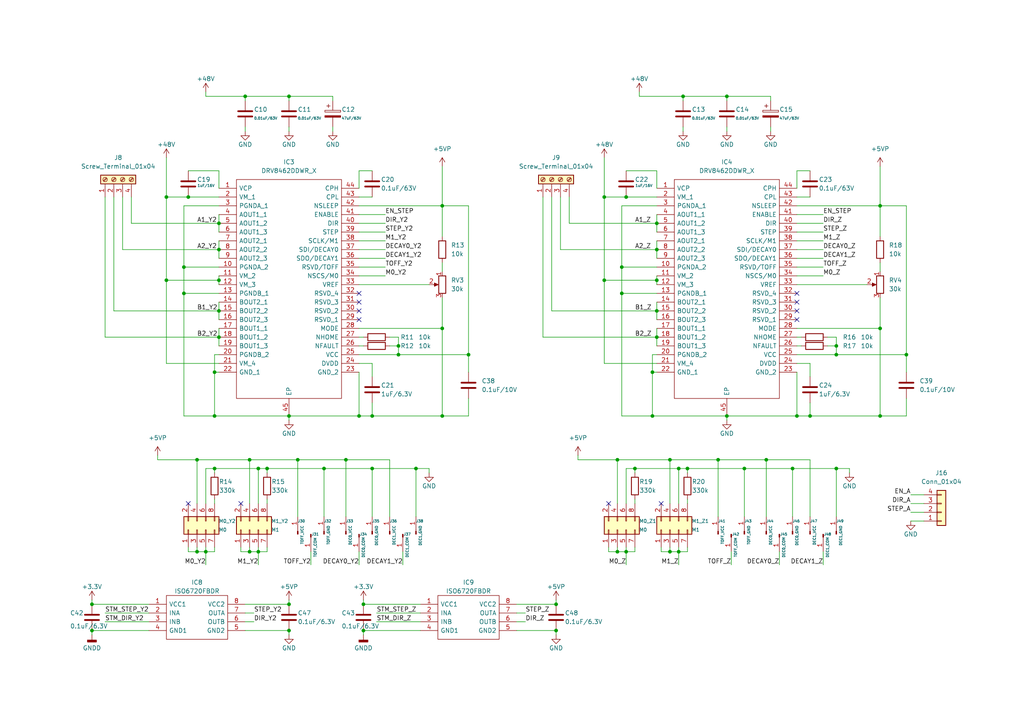
<source format=kicad_sch>
(kicad_sch (version 20230121) (generator eeschema)
  (paper "A4")
  (title_block (title "PCK Controller V1") (company "Josef Pecka"))
  (junction (at 196.85 160.02))
  (junction (at 63.5 97.79))
  (junction (at 128.27 95.25))
  (junction (at 57.15 160.02))
  (junction (at 74.93 160.02))
  (junction (at 255.27 95.25))
  (junction (at 48.26 57.15))
  (junction (at 100.33 133.35))
  (junction (at 26.67 175.26))
  (junction (at 190.5 90.17))
  (junction (at 234.95 120.65))
  (junction (at 208.28 133.35))
  (junction (at 63.5 72.39))
  (junction (at 62.23 120.65))
  (junction (at 199.39 135.89))
  (junction (at 63.5 81.28))
  (junction (at 63.5 90.17))
  (junction (at 72.39 160.02))
  (junction (at 190.5 72.39))
  (junction (at 190.5 97.79))
  (junction (at 83.82 175.26))
  (junction (at 83.82 182.88))
  (junction (at 161.29 175.26))
  (junction (at 104.14 120.65))
  (junction (at 242.57 102.87))
  (junction (at 93.98 135.89))
  (junction (at 242.57 135.89))
  (junction (at 120.65 135.89))
  (junction (at 181.61 160.02))
  (junction (at 77.47 135.89))
  (junction (at 54.61 57.15))
  (junction (at 194.31 133.35))
  (junction (at 115.57 102.87))
  (junction (at 107.95 135.89))
  (junction (at 196.85 135.89))
  (junction (at 62.23 107.95))
  (junction (at 189.23 120.65))
  (junction (at 180.34 85.09))
  (junction (at 71.12 27.94))
  (junction (at 190.5 64.77))
  (junction (at 74.93 135.89))
  (junction (at 59.69 160.02))
  (junction (at 83.82 120.65))
  (junction (at 175.26 57.15))
  (junction (at 229.87 135.89))
  (junction (at 105.41 175.26))
  (junction (at 179.07 133.35))
  (junction (at 48.26 81.28))
  (junction (at 53.34 85.09))
  (junction (at 62.23 135.89))
  (junction (at 128.27 59.69))
  (junction (at 255.27 120.65))
  (junction (at 57.15 133.35))
  (junction (at 198.12 27.94))
  (junction (at 210.82 27.94))
  (junction (at 210.82 120.65))
  (junction (at 105.41 182.88))
  (junction (at 135.89 102.87))
  (junction (at 231.14 120.65))
  (junction (at 189.23 107.95))
  (junction (at 262.89 102.87))
  (junction (at 63.5 64.77))
  (junction (at 53.34 77.47))
  (junction (at 107.95 120.65))
  (junction (at 175.26 81.28))
  (junction (at 86.36 133.35))
  (junction (at 115.57 100.33))
  (junction (at 222.25 133.35))
  (junction (at 215.9 135.89))
  (junction (at 72.39 133.35))
  (junction (at 255.27 59.69))
  (junction (at 194.31 160.02))
  (junction (at 181.61 57.15))
  (junction (at 184.15 135.89))
  (junction (at 128.27 120.65))
  (junction (at 161.29 182.88))
  (junction (at 26.67 182.88))
  (junction (at 190.5 81.28))
  (junction (at 180.34 77.47))
  (junction (at 242.57 100.33))
  (junction (at 83.82 27.94))
  (junction (at 179.07 160.02))
  (no_connect (at 231.14 85.09))
  (no_connect (at 104.14 92.71))
  (no_connect (at 69.85 146.05))
  (no_connect (at 231.14 90.17))
  (no_connect (at 104.14 90.17))
  (no_connect (at 231.14 87.63))
  (no_connect (at 104.14 87.63))
  (no_connect (at 176.53 146.05))
  (no_connect (at 54.61 146.05))
  (no_connect (at 104.14 85.09))
  (no_connect (at 191.77 146.05))
  (no_connect (at 231.14 92.71))
  (wire (pts (xy 128.27 120.65) (xy 135.89 120.65)))
  (wire (pts (xy 165.1 64.77) (xy 190.5 64.77)))
  (wire (pts (xy 176.53 160.02) (xy 179.07 160.02)))
  (wire (pts (xy 231.14 97.79) (xy 232.41 97.79)))
  (wire (pts (xy 105.41 173.99) (xy 105.41 175.26)))
  (wire (pts (xy 83.82 27.94) (xy 83.82 29.21)))
  (wire (pts (xy 83.82 120.65) (xy 62.23 120.65)))
  (wire (pts (xy 238.76 80.01) (xy 231.14 80.01)))
  (wire (pts (xy 63.5 90.17) (xy 63.5 92.71)))
  (wire (pts (xy 48.26 57.15) (xy 48.26 81.28)))
  (wire (pts (xy 255.27 120.65) (xy 262.89 120.65)))
  (wire (pts (xy 179.07 133.35) (xy 179.07 146.05)))
  (wire (pts (xy 38.1 64.77) (xy 63.5 64.77)))
  (wire (pts (xy 191.77 160.02) (xy 194.31 160.02)))
  (wire (pts (xy 180.34 120.65) (xy 189.23 120.65)))
  (wire (pts (xy 223.52 36.83) (xy 223.52 38.1)))
  (wire (pts (xy 63.5 69.85) (xy 63.5 72.39)))
  (wire (pts (xy 212.09 163.83) (xy 212.09 160.02)))
  (wire (pts (xy 100.33 133.35) (xy 113.03 133.35)))
  (wire (pts (xy 167.64 132.08) (xy 167.64 133.35)))
  (wire (pts (xy 62.23 107.95) (xy 62.23 120.65)))
  (wire (pts (xy 26.67 184.15) (xy 26.67 182.88)))
  (wire (pts (xy 77.47 144.78) (xy 77.47 146.05)))
  (wire (pts (xy 124.46 135.89) (xy 124.46 137.16)))
  (wire (pts (xy 33.02 90.17) (xy 33.02 57.15)))
  (wire (pts (xy 104.14 64.77) (xy 111.76 64.77)))
  (wire (pts (xy 162.56 72.39) (xy 162.56 57.15)))
  (wire (pts (xy 210.82 27.94) (xy 223.52 27.94)))
  (wire (pts (xy 57.15 133.35) (xy 57.15 146.05)))
  (wire (pts (xy 30.48 97.79) (xy 63.5 97.79)))
  (wire (pts (xy 59.69 27.94) (xy 59.69 26.67)))
  (wire (pts (xy 90.17 163.83) (xy 90.17 160.02)))
  (wire (pts (xy 267.97 146.05) (xy 264.16 146.05)))
  (wire (pts (xy 77.47 135.89) (xy 93.98 135.89)))
  (wire (pts (xy 83.82 120.65) (xy 104.14 120.65)))
  (wire (pts (xy 242.57 100.33) (xy 242.57 102.87)))
  (wire (pts (xy 210.82 120.65) (xy 189.23 120.65)))
  (wire (pts (xy 175.26 57.15) (xy 175.26 81.28)))
  (wire (pts (xy 104.14 160.02) (xy 104.14 163.83)))
  (wire (pts (xy 105.41 182.88) (xy 121.92 182.88)))
  (wire (pts (xy 38.1 64.77) (xy 38.1 57.15)))
  (wire (pts (xy 100.33 133.35) (xy 100.33 149.86)))
  (wire (pts (xy 59.69 135.89) (xy 62.23 135.89)))
  (wire (pts (xy 107.95 105.41) (xy 104.14 105.41)))
  (wire (pts (xy 104.14 95.25) (xy 128.27 95.25)))
  (wire (pts (xy 74.93 160.02) (xy 74.93 158.75)))
  (wire (pts (xy 255.27 48.26) (xy 255.27 59.69)))
  (wire (pts (xy 30.48 177.8) (xy 43.18 177.8)))
  (wire (pts (xy 53.34 59.69) (xy 63.5 59.69)))
  (wire (pts (xy 54.61 57.15) (xy 63.5 57.15)))
  (wire (pts (xy 165.1 64.77) (xy 165.1 57.15)))
  (wire (pts (xy 71.12 27.94) (xy 83.82 27.94)))
  (wire (pts (xy 128.27 59.69) (xy 128.27 68.58)))
  (wire (pts (xy 242.57 135.89) (xy 246.38 135.89)))
  (wire (pts (xy 104.14 100.33) (xy 105.41 100.33)))
  (wire (pts (xy 194.31 160.02) (xy 194.31 158.75)))
  (wire (pts (xy 77.47 160.02) (xy 74.93 160.02)))
  (wire (pts (xy 196.85 163.83) (xy 196.85 160.02)))
  (wire (pts (xy 54.61 160.02) (xy 57.15 160.02)))
  (wire (pts (xy 161.29 175.26) (xy 161.29 173.99)))
  (wire (pts (xy 104.14 49.53) (xy 104.14 54.61)))
  (wire (pts (xy 181.61 49.53) (xy 190.5 49.53)))
  (wire (pts (xy 226.06 160.02) (xy 226.06 163.83)))
  (wire (pts (xy 105.41 175.26) (xy 121.92 175.26)))
  (wire (pts (xy 128.27 48.26) (xy 128.27 59.69)))
  (wire (pts (xy 242.57 135.89) (xy 242.57 149.86)))
  (wire (pts (xy 255.27 59.69) (xy 262.89 59.69)))
  (wire (pts (xy 198.12 36.83) (xy 198.12 38.1)))
  (wire (pts (xy 107.95 135.89) (xy 120.65 135.89)))
  (wire (pts (xy 231.14 57.15) (xy 234.95 57.15)))
  (wire (pts (xy 179.07 133.35) (xy 194.31 133.35)))
  (wire (pts (xy 53.34 77.47) (xy 53.34 85.09)))
  (wire (pts (xy 223.52 27.94) (xy 223.52 29.21)))
  (wire (pts (xy 234.95 120.65) (xy 255.27 120.65)))
  (wire (pts (xy 63.5 72.39) (xy 63.5 74.93)))
  (wire (pts (xy 199.39 158.75) (xy 199.39 160.02)))
  (wire (pts (xy 190.5 97.79) (xy 190.5 100.33)))
  (wire (pts (xy 184.15 135.89) (xy 196.85 135.89)))
  (wire (pts (xy 111.76 77.47) (xy 104.14 77.47)))
  (wire (pts (xy 208.28 149.86) (xy 208.28 133.35)))
  (wire (pts (xy 77.47 158.75) (xy 77.47 160.02)))
  (wire (pts (xy 104.14 67.31) (xy 111.76 67.31)))
  (wire (pts (xy 62.23 135.89) (xy 62.23 137.16)))
  (wire (pts (xy 53.34 85.09) (xy 53.34 120.65)))
  (wire (pts (xy 267.97 148.59) (xy 264.16 148.59)))
  (wire (pts (xy 231.14 62.23) (xy 238.76 62.23)))
  (wire (pts (xy 96.52 27.94) (xy 96.52 29.21)))
  (wire (pts (xy 157.48 97.79) (xy 190.5 97.79)))
  (wire (pts (xy 111.76 74.93) (xy 104.14 74.93)))
  (wire (pts (xy 262.89 102.87) (xy 262.89 107.95)))
  (wire (pts (xy 107.95 109.22) (xy 107.95 105.41)))
  (wire (pts (xy 184.15 135.89) (xy 184.15 137.16)))
  (wire (pts (xy 190.5 90.17) (xy 190.5 92.71)))
  (wire (pts (xy 190.5 81.28) (xy 190.5 82.55)))
  (wire (pts (xy 72.39 133.35) (xy 72.39 146.05)))
  (wire (pts (xy 231.14 120.65) (xy 234.95 120.65)))
  (wire (pts (xy 104.14 102.87) (xy 115.57 102.87)))
  (wire (pts (xy 231.14 95.25) (xy 255.27 95.25)))
  (wire (pts (xy 175.26 45.72) (xy 175.26 57.15)))
  (wire (pts (xy 69.85 158.75) (xy 69.85 160.02)))
  (wire (pts (xy 176.53 158.75) (xy 176.53 160.02)))
  (wire (pts (xy 181.61 57.15) (xy 190.5 57.15)))
  (wire (pts (xy 152.4 180.34) (xy 149.86 180.34)))
  (wire (pts (xy 190.5 69.85) (xy 190.5 72.39)))
  (wire (pts (xy 113.03 100.33) (xy 115.57 100.33)))
  (wire (pts (xy 53.34 85.09) (xy 63.5 85.09)))
  (wire (pts (xy 179.07 160.02) (xy 179.07 158.75)))
  (wire (pts (xy 59.69 163.83) (xy 59.69 160.02)))
  (wire (pts (xy 35.56 72.39) (xy 63.5 72.39)))
  (wire (pts (xy 96.52 36.83) (xy 96.52 38.1)))
  (wire (pts (xy 238.76 77.47) (xy 231.14 77.47)))
  (wire (pts (xy 48.26 105.41) (xy 63.5 105.41)))
  (wire (pts (xy 83.82 121.92) (xy 83.82 120.65)))
  (wire (pts (xy 71.12 182.88) (xy 83.82 182.88)))
  (wire (pts (xy 62.23 107.95) (xy 63.5 107.95)))
  (wire (pts (xy 231.14 49.53) (xy 234.95 49.53)))
  (wire (pts (xy 238.76 160.02) (xy 238.76 163.83)))
  (wire (pts (xy 208.28 133.35) (xy 194.31 133.35)))
  (wire (pts (xy 208.28 133.35) (xy 222.25 133.35)))
  (wire (pts (xy 77.47 135.89) (xy 77.47 137.16)))
  (wire (pts (xy 53.34 77.47) (xy 63.5 77.47)))
  (wire (pts (xy 199.39 160.02) (xy 196.85 160.02)))
  (wire (pts (xy 53.34 120.65) (xy 62.23 120.65)))
  (wire (pts (xy 160.02 90.17) (xy 160.02 57.15)))
  (wire (pts (xy 104.14 49.53) (xy 107.95 49.53)))
  (wire (pts (xy 238.76 72.39) (xy 231.14 72.39)))
  (wire (pts (xy 190.5 87.63) (xy 190.5 90.17)))
  (wire (pts (xy 57.15 160.02) (xy 57.15 158.75)))
  (wire (pts (xy 71.12 27.94) (xy 71.12 29.21)))
  (wire (pts (xy 69.85 160.02) (xy 72.39 160.02)))
  (wire (pts (xy 196.85 160.02) (xy 196.85 158.75)))
  (wire (pts (xy 190.5 102.87) (xy 189.23 102.87)))
  (wire (pts (xy 229.87 135.89) (xy 242.57 135.89)))
  (wire (pts (xy 255.27 86.36) (xy 255.27 95.25)))
  (wire (pts (xy 62.23 102.87) (xy 62.23 107.95)))
  (wire (pts (xy 229.87 135.89) (xy 229.87 149.86)))
  (wire (pts (xy 128.27 86.36) (xy 128.27 95.25)))
  (wire (pts (xy 262.89 59.69) (xy 262.89 102.87)))
  (wire (pts (xy 53.34 59.69) (xy 53.34 77.47)))
  (wire (pts (xy 111.76 80.01) (xy 104.14 80.01)))
  (wire (pts (xy 161.29 182.88) (xy 161.29 184.15)))
  (wire (pts (xy 190.5 80.01) (xy 190.5 81.28)))
  (wire (pts (xy 116.84 160.02) (xy 116.84 163.83)))
  (wire (pts (xy 231.14 102.87) (xy 242.57 102.87)))
  (wire (pts (xy 198.12 27.94) (xy 198.12 29.21)))
  (wire (pts (xy 48.26 81.28) (xy 63.5 81.28)))
  (wire (pts (xy 231.14 100.33) (xy 232.41 100.33)))
  (wire (pts (xy 191.77 158.75) (xy 191.77 160.02)))
  (wire (pts (xy 105.41 182.88) (xy 105.41 184.15)))
  (wire (pts (xy 181.61 146.05) (xy 181.61 135.89)))
  (wire (pts (xy 231.14 107.95) (xy 231.14 120.65)))
  (wire (pts (xy 190.5 95.25) (xy 190.5 97.79)))
  (wire (pts (xy 83.82 27.94) (xy 96.52 27.94)))
  (wire (pts (xy 175.26 81.28) (xy 190.5 81.28)))
  (wire (pts (xy 128.27 59.69) (xy 135.89 59.69)))
  (wire (pts (xy 180.34 77.47) (xy 190.5 77.47)))
  (wire (pts (xy 149.86 175.26) (xy 161.29 175.26)))
  (wire (pts (xy 62.23 158.75) (xy 62.23 160.02)))
  (wire (pts (xy 48.26 81.28) (xy 48.26 105.41)))
  (wire (pts (xy 83.82 175.26) (xy 83.82 173.99)))
  (wire (pts (xy 222.25 133.35) (xy 222.25 149.86)))
  (wire (pts (xy 175.26 105.41) (xy 190.5 105.41)))
  (wire (pts (xy 73.66 180.34) (xy 71.12 180.34)))
  (wire (pts (xy 63.5 81.28) (xy 63.5 82.55)))
  (wire (pts (xy 62.23 160.02) (xy 59.69 160.02)))
  (wire (pts (xy 181.61 160.02) (xy 179.07 160.02)))
  (wire (pts (xy 86.36 133.35) (xy 72.39 133.35)))
  (wire (pts (xy 210.82 36.83) (xy 210.82 38.1)))
  (wire (pts (xy 198.12 27.94) (xy 210.82 27.94)))
  (wire (pts (xy 107.95 116.84) (xy 107.95 120.65)))
  (wire (pts (xy 109.22 180.34) (xy 121.92 180.34)))
  (wire (pts (xy 93.98 135.89) (xy 93.98 149.86)))
  (wire (pts (xy 104.14 97.79) (xy 105.41 97.79)))
  (wire (pts (xy 180.34 85.09) (xy 180.34 120.65)))
  (wire (pts (xy 231.14 64.77) (xy 238.76 64.77)))
  (wire (pts (xy 234.95 116.84) (xy 234.95 120.65)))
  (wire (pts (xy 45.72 133.35) (xy 57.15 133.35)))
  (wire (pts (xy 210.82 120.65) (xy 231.14 120.65)))
  (wire (pts (xy 115.57 102.87) (xy 135.89 102.87)))
  (wire (pts (xy 63.5 62.23) (xy 63.5 64.77)))
  (wire (pts (xy 73.66 177.8) (xy 71.12 177.8)))
  (wire (pts (xy 234.95 109.22) (xy 234.95 105.41)))
  (wire (pts (xy 167.64 133.35) (xy 179.07 133.35)))
  (wire (pts (xy 128.27 95.25) (xy 128.27 120.65)))
  (wire (pts (xy 59.69 27.94) (xy 71.12 27.94)))
  (wire (pts (xy 262.89 120.65) (xy 262.89 115.57)))
  (wire (pts (xy 63.5 95.25) (xy 63.5 97.79)))
  (wire (pts (xy 255.27 59.69) (xy 255.27 68.58)))
  (wire (pts (xy 199.39 144.78) (xy 199.39 146.05)))
  (wire (pts (xy 111.76 69.85) (xy 104.14 69.85)))
  (wire (pts (xy 267.97 143.51) (xy 264.16 143.51)))
  (wire (pts (xy 54.61 49.53) (xy 63.5 49.53)))
  (wire (pts (xy 196.85 135.89) (xy 196.85 146.05)))
  (wire (pts (xy 59.69 160.02) (xy 59.69 158.75)))
  (wire (pts (xy 120.65 135.89) (xy 120.65 149.86)))
  (wire (pts (xy 26.67 182.88) (xy 43.18 182.88)))
  (wire (pts (xy 180.34 77.47) (xy 180.34 85.09)))
  (wire (pts (xy 215.9 135.89) (xy 229.87 135.89)))
  (wire (pts (xy 33.02 90.17) (xy 63.5 90.17)))
  (wire (pts (xy 189.23 107.95) (xy 190.5 107.95)))
  (wire (pts (xy 234.95 105.41) (xy 231.14 105.41)))
  (wire (pts (xy 74.93 163.83) (xy 74.93 160.02)))
  (wire (pts (xy 63.5 80.01) (xy 63.5 81.28)))
  (wire (pts (xy 104.14 107.95) (xy 104.14 120.65)))
  (wire (pts (xy 72.39 160.02) (xy 74.93 160.02)))
  (wire (pts (xy 71.12 175.26) (xy 83.82 175.26)))
  (wire (pts (xy 189.23 102.87) (xy 189.23 107.95)))
  (wire (pts (xy 30.48 180.34) (xy 43.18 180.34)))
  (wire (pts (xy 175.26 81.28) (xy 175.26 105.41)))
  (wire (pts (xy 255.27 95.25) (xy 255.27 120.65)))
  (wire (pts (xy 196.85 160.02) (xy 194.31 160.02)))
  (wire (pts (xy 30.48 97.79) (xy 30.48 57.15)))
  (wire (pts (xy 63.5 97.79) (xy 63.5 100.33)))
  (wire (pts (xy 54.61 158.75) (xy 54.61 160.02)))
  (wire (pts (xy 190.5 64.77) (xy 190.5 67.31)))
  (wire (pts (xy 86.36 133.35) (xy 100.33 133.35)))
  (wire (pts (xy 222.25 133.35) (xy 234.95 133.35)))
  (wire (pts (xy 120.65 135.89) (xy 124.46 135.89)))
  (wire (pts (xy 231.14 67.31) (xy 238.76 67.31)))
  (wire (pts (xy 160.02 90.17) (xy 190.5 90.17)))
  (wire (pts (xy 215.9 135.89) (xy 215.9 149.86)))
  (wire (pts (xy 199.39 135.89) (xy 215.9 135.89)))
  (wire (pts (xy 190.5 49.53) (xy 190.5 54.61)))
  (wire (pts (xy 180.34 59.69) (xy 190.5 59.69)))
  (wire (pts (xy 107.95 135.89) (xy 107.95 149.86)))
  (wire (pts (xy 231.14 49.53) (xy 231.14 54.61)))
  (wire (pts (xy 63.5 102.87) (xy 62.23 102.87)))
  (wire (pts (xy 128.27 76.2) (xy 128.27 78.74)))
  (wire (pts (xy 107.95 120.65) (xy 128.27 120.65)))
  (wire (pts (xy 83.82 182.88) (xy 83.82 184.15)))
  (wire (pts (xy 113.03 133.35) (xy 113.03 149.86)))
  (wire (pts (xy 72.39 160.02) (xy 72.39 158.75)))
  (wire (pts (xy 35.56 72.39) (xy 35.56 57.15)))
  (wire (pts (xy 240.03 100.33) (xy 242.57 100.33)))
  (wire (pts (xy 74.93 135.89) (xy 77.47 135.89)))
  (wire (pts (xy 74.93 135.89) (xy 74.93 146.05)))
  (wire (pts (xy 59.69 146.05) (xy 59.69 135.89)))
  (wire (pts (xy 189.23 107.95) (xy 189.23 120.65)))
  (wire (pts (xy 184.15 144.78) (xy 184.15 146.05)))
  (wire (pts (xy 57.15 133.35) (xy 72.39 133.35)))
  (wire (pts (xy 63.5 49.53) (xy 63.5 54.61)))
  (wire (pts (xy 184.15 158.75) (xy 184.15 160.02)))
  (wire (pts (xy 135.89 120.65) (xy 135.89 115.57)))
  (wire (pts (xy 149.86 182.88) (xy 161.29 182.88)))
  (wire (pts (xy 180.34 59.69) (xy 180.34 77.47)))
  (wire (pts (xy 26.67 175.26) (xy 26.67 173.99)))
  (wire (pts (xy 48.26 57.15) (xy 54.61 57.15)))
  (wire (pts (xy 63.5 64.77) (xy 63.5 67.31)))
  (wire (pts (xy 231.14 82.55) (xy 251.46 82.55)))
  (wire (pts (xy 86.36 149.86) (xy 86.36 133.35)))
  (wire (pts (xy 135.89 59.69) (xy 135.89 102.87)))
  (wire (pts (xy 181.61 135.89) (xy 184.15 135.89)))
  (wire (pts (xy 242.57 102.87) (xy 262.89 102.87)))
  (wire (pts (xy 184.15 160.02) (xy 181.61 160.02)))
  (wire (pts (xy 83.82 36.83) (xy 83.82 38.1)))
  (wire (pts (xy 157.48 97.79) (xy 157.48 57.15)))
  (wire (pts (xy 238.76 69.85) (xy 231.14 69.85)))
  (wire (pts (xy 199.39 135.89) (xy 199.39 137.16)))
  (wire (pts (xy 190.5 62.23) (xy 190.5 64.77)))
  (wire (pts (xy 115.57 100.33) (xy 115.57 102.87)))
  (wire (pts (xy 185.42 26.67) (xy 185.42 27.94)))
  (wire (pts (xy 104.14 120.65) (xy 107.95 120.65)))
  (wire (pts (xy 104.14 62.23) (xy 111.76 62.23)))
  (wire (pts (xy 45.72 132.08) (xy 45.72 133.35)))
  (wire (pts (xy 26.67 175.26) (xy 43.18 175.26)))
  (wire (pts (xy 115.57 97.79) (xy 115.57 100.33)))
  (wire (pts (xy 111.76 72.39) (xy 104.14 72.39)))
  (wire (pts (xy 63.5 87.63) (xy 63.5 90.17)))
  (wire (pts (xy 152.4 177.8) (xy 149.86 177.8)))
  (wire (pts (xy 104.14 57.15) (xy 107.95 57.15)))
  (wire (pts (xy 113.03 97.79) (xy 115.57 97.79)))
  (wire (pts (xy 238.76 74.93) (xy 231.14 74.93)))
  (wire (pts (xy 194.31 133.35) (xy 194.31 146.05)))
  (wire (pts (xy 210.82 121.92) (xy 210.82 120.65)))
  (wire (pts (xy 181.61 160.02) (xy 181.61 158.75)))
  (wire (pts (xy 162.56 72.39) (xy 190.5 72.39)))
  (wire (pts (xy 62.23 135.89) (xy 74.93 135.89)))
  (wire (pts (xy 267.97 151.13) (xy 264.16 151.13)))
  (wire (pts (xy 62.23 144.78) (xy 62.23 146.05)))
  (wire (pts (xy 104.14 82.55) (xy 124.46 82.55)))
  (wire (pts (xy 71.12 36.83) (xy 71.12 38.1)))
  (wire (pts (xy 180.34 85.09) (xy 190.5 85.09)))
  (wire (pts (xy 109.22 177.8) (xy 121.92 177.8)))
  (wire (pts (xy 231.14 59.69) (xy 255.27 59.69)))
  (wire (pts (xy 234.95 133.35) (xy 234.95 149.86)))
  (wire (pts (xy 93.98 135.89) (xy 107.95 135.89)))
  (wire (pts (xy 255.27 76.2) (xy 255.27 78.74)))
  (wire (pts (xy 48.26 45.72) (xy 48.26 57.15)))
  (wire (pts (xy 196.85 135.89) (xy 199.39 135.89)))
  (wire (pts (xy 104.14 59.69) (xy 128.27 59.69)))
  (wire (pts (xy 210.82 27.94) (xy 210.82 29.21)))
  (wire (pts (xy 181.61 163.83) (xy 181.61 160.02)))
  (wire (pts (xy 240.03 97.79) (xy 242.57 97.79)))
  (wire (pts (xy 190.5 72.39) (xy 190.5 74.93)))
  (wire (pts (xy 135.89 102.87) (xy 135.89 107.95)))
  (wire (pts (xy 175.26 57.15) (xy 181.61 57.15)))
  (wire (pts (xy 57.15 160.02) (xy 59.69 160.02)))
  (wire (pts (xy 185.42 27.94) (xy 198.12 27.94)))
  (wire (pts (xy 246.38 135.89) (xy 246.38 137.16)))
  (wire (pts (xy 242.57 97.79) (xy 242.57 100.33)))
  (label "DIR_Y2" (at 73.66 180.34 0))
  (label "DECAY1_Y2" (at 111.76 74.93 0))
  (label "DIR_Z" (at 238.76 64.77 0))
  (label "STM_STEP_Y2" (at 30.48 177.8 0))
  (label "DECAY0_Z" (at 238.76 72.39 0))
  (label "EN_STEP" (at 238.76 62.23 0))
  (label "A1_Z" (at 184.15 64.77 0))
  (label "M0_Z" (at 238.76 80.01 0))
  (label "M1_Y2" (at 74.93 163.83 180))
  (label "M1_Z" (at 238.76 69.85 0))
  (label "STEP_Z" (at 238.76 67.31 0))
  (label "B1_Y2" (at 57.15 90.17 0))
  (label "STEP_Y2" (at 111.76 67.31 0))
  (label "DIR_Y2" (at 111.76 64.77 0))
  (label "EN_STEP" (at 111.76 62.23 0))
  (label "DIR_Z" (at 152.4 180.34 0))
  (label "M1_Y2" (at 111.76 69.85 0))
  (label "STM_STEP_Z" (at 109.22 177.8 0))
  (label "DECAY1_Z" (at 238.76 163.83 180))
  (label "TOFF_Y2" (at 90.17 163.83 180))
  (label "DECAY0_Y2" (at 111.76 72.39 0))
  (label "STM_DIR_Z" (at 109.22 180.34 0))
  (label "DECAY1_Y2" (at 116.84 163.83 180))
  (label "A2_Y2" (at 57.15 72.39 0))
  (label "A2_Z" (at 184.15 72.39 0))
  (label "M0_Z" (at 181.61 163.83 180))
  (label "DIR_A" (at 264.16 146.05 180))
  (label "DECAY0_Y2" (at 104.14 163.83 180))
  (label "DECAY1_Z" (at 238.76 74.93 0))
  (label "TOFF_Z" (at 212.09 163.83 180))
  (label "STEP_A" (at 264.16 148.59 180))
  (label "STM_DIR_Y2" (at 30.48 180.34 0))
  (label "B2_Y2" (at 57.15 97.79 0))
  (label "TOFF_Z" (at 238.76 77.47 0))
  (label "M0_Y2" (at 59.69 163.83 180))
  (label "B2_Z" (at 184.15 97.79 0))
  (label "DECAY0_Z" (at 226.06 163.83 180))
  (label "TOFF_Y2" (at 111.76 77.47 0))
  (label "M0_Y2" (at 111.76 80.01 0))
  (label "STEP_Z" (at 152.4 177.8 0))
  (label "EN_A" (at 264.16 143.51 180))
  (label "B1_Z" (at 184.15 90.17 0))
  (label "STEP_Y2" (at 73.66 177.8 0))
  (label "M1_Z" (at 196.85 163.83 180))
  (label "A1_Y2" (at 57.15 64.77 0))
  (symbol (lib_id "Device:C") (at 135.89 111.76 0) (unit 1)
    (property "Reference" "C38" (at 139.7 110.49 0) (effects (justify left)))
    (property "Value" "0.1uF/10V" (at 139.7 113.03 0) (effects (justify left)))
    (property "Footprint" "Capacitor_SMD:C_0603_1608Metric" (effects hide))
  )
  (symbol (lib_id "Device:R") (at 109.22 97.79 90) (unit 1)
    (property "Reference" "R11" (at 118.11 97.79 90))
    (property "Value" "10k" (at 123.19 97.79 90))
    (property "Footprint" "Resistor_SMD:R_0603_1608Metric" (effects hide))
    (instances (project "CNC_board" (path "" (reference "R11") (unit 1))) (project "PCK-Controller" (path "" (reference "R11") (unit 1))) (project "CNC_controll_board" (path "" (reference "R1") (unit 1))))
  )
  (symbol (lib_id "power:GND") (at 223.52 38.1 0) (unit 1)
    (property "Reference" "#PWR014" (effects hide))
    (property "Value" "GND" (at 223.52 41.91 0))
    (instances (project "CNC_board" (path "" (reference "#PWR014") (unit 1))) (project "PCK-Controller" (path "" (reference "#PWR056") (unit 1))) (project "CNC_controll_board" (path "" (reference "#PWR09") (unit 1))))
  )
  (symbol (lib_id "Connector:Conn_01x01_Pin") (at 222.25 154.94 90) (unit 1)
    (property "Reference" "J44" (at 222.25 151.13 90) (effects (font (size 0.75 0.75)) (justify right)))
    (property "Value" "DEC0_VCC" (at 223.52 152.4 0) (effects (font (size 0.75 0.75)) (justify right)))
    (property "Footprint" "PADs:Pad_0.75x0.75mm_borderless" (effects hide))
  )
  (symbol (lib_id "Connector:Conn_01x01_Pin") (at 116.84 154.94 270) (unit 1)
    (property "Reference" "J37" (at 118.11 154.94 90) (effects (font (size 0.75 0.75))))
    (property "Value" "DEC1_COM" (at 118.11 158.75 0) (effects (font (size 0.75 0.75))))
    (property "Footprint" "PADs:Pad_0.75x0.75mm_borderless" (effects hide))
  )
  (symbol (lib_id "Device:R") (at 199.39 140.97 0) (unit 1)
    (property "Reference" "R20" (at 200.66 139.7 0) (effects (justify left)))
    (property "Value" "330k" (at 200.66 142.24 0) (effects (justify left)))
    (property "Footprint" "Resistor_SMD:R_0603_1608Metric" (effects hide))
  )
  (symbol (lib_id "Device:C") (at 181.61 53.34 0) (unit 1)
    (property "Reference" "C22" (at 184.15 52.07 0) (effects (justify left)))
    (property "Value" "1uF/16V" (at 184.2491 53.8302 0) (effects (font (size 0.75 0.75)) (justify left)))
    (property "Footprint" "Capacitor_SMD:C_0603_1608Metric" (effects hide))
    (instances (project "CNC_board" (path "" (reference "C22") (unit 1))) (project "PCK-Controller" (path "" (reference "C22") (unit 1))) (project "CNC_controll_board" (path "" (reference "C1") (unit 1))))
  )
  (symbol (lib_id "power:GND") (at 264.16 151.13 0) (mirror y) (unit 1)
    (property "Reference" "#PWR071" (effects hide))
    (property "Value" "GND" (at 264.16 154.94 0))
    (instances (project "CNC_board" (path "" (reference "#PWR071") (unit 1))) (project "PCK-Controller" (path "" (reference "#PWR0166") (unit 1)) (path "" (reference "#PWR0166") (unit 1))) (project "CNC_controll_board" (path "" (reference "#PWR06") (unit 1))))
  )
  (symbol (lib_id "Device:R_Potentiometer") (at 128.27 82.55 0) (mirror y) (unit 1)
    (property "Reference" "RV3" (at 130.81 81.28 0) (effects (justify right)))
    (property "Value" "30k" (at 130.81 83.82 0) (effects (justify right)))
    (property "Footprint" "Potentiometer_SMD:Potentiometer_Bourns_TC33X_Vertical" (effects hide))
    (instances (project "CNC_board" (path "" (reference "RV3") (unit 1))) (project "PCK-Controller" (path "" (reference "RV3") (unit 1))) (project "CNC_controll_board" (path "" (reference "RV1") (unit 1))))
  )
  (symbol (lib_id "Device:C") (at 107.95 113.03 0) (unit 1)
    (property "Reference" "C21" (at 110.49 111.76 0) (effects (justify left)))
    (property "Value" "1uF/6.3V" (at 110.49 114.3 0) (effects (justify left)))
    (property "Footprint" "Capacitor_SMD:C_0603_1608Metric" (effects hide))
    (instances (project "CNC_board" (path "" (reference "C21") (unit 1))) (project "PCK-Controller" (path "" (reference "C21") (unit 1))) (project "CNC_controll_board" (path "" (reference "C6") (unit 1))))
  )
  (symbol (lib_id "power:+3.3V") (at 26.67 173.99 0) (unit 1)
    (property "Reference" "#PWR036" (effects hide))
    (property "Value" "+3.3V" (at 26.67 170.18 0))
    (instances (project "CNC_board" (path "" (reference "#PWR036") (unit 1))) (project "PCK-Controller" (path "" (reference "#PWR067") (unit 1)) (path "" (reference "#PWR067") (unit 1))))
  )
  (symbol (lib_id "Device:C_Polarized") (at 96.52 33.02 0) (unit 1)
    (property "Reference" "C12" (at 99.06 31.75 0) (effects (justify left)))
    (property "Value" "47uF/63V" (at 99.06 34.29 0) (effects (font (size 0.75 0.75)) (justify left)))
    (property "Footprint" "Capacitor_SMD:CP_Elec_8x10" (effects hide))
    (instances (project "CNC_board" (path "" (reference "C12") (unit 1))) (project "PCK-Controller" (path "" (reference "C12") (unit 1))) (project "CNC_controll_board" (path "" (reference "C5") (unit 1))))
  )
  (symbol (lib_id "power:GND") (at 246.38 137.16 0) (unit 1)
    (property "Reference" "#PWR020" (effects hide))
    (property "Value" "GND" (at 246.38 140.97 0))
    (instances (project "CNC_board" (path "" (reference "#PWR020") (unit 1))) (project "PCK-Controller" (path "" (reference "#PWR057") (unit 1))) (project "CNC_controll_board" (path "" (reference "#PWR03") (unit 1))))
  )
  (symbol (lib_id "Connector:Screw_Terminal_01x04") (at 33.02 52.07 90) (unit 1)
    (property "Reference" "J8" (at 34.29 45.72 90))
    (property "Value" "Screw_Terminal_01x04" (at 34.29 48.26 90))
    (property "Footprint" "TerminalBlock_4Ucon:TerminalBlock_4Ucon_1x04_P3.50mm_Horizontal" (effects hide))
  )
  (symbol (lib_id "power:+48V") (at 185.42 26.67 0) (unit 1)
    (property "Reference" "#PWR041" (effects hide))
    (property "Value" "+48V" (at 185.42 22.86 0))
    (instances (project "CNC_board" (path "" (reference "#PWR041") (unit 1))) (project "PCK-Controller" (path "" (reference "#PWR052") (unit 1))))
  )
  (symbol (lib_id "Connector_Generic:Conn_02x04_Odd_Even") (at 57.15 153.67 90) (unit 1)
    (property "Reference" "M0_Y2" (at 63.5 151.13 90) (effects (font (size 1 1)) (justify right)))
    (property "Value" "M0" (at 63.5 153.67 90) (effects (font (size 1 1)) (justify right)))
    (property "Footprint" "Connector_PinHeader_2.54mm:PinHeader_2x04_P2.54mm_Vertical" (effects hide))
  )
  (symbol (lib_id "power:GND") (at 210.82 38.1 0) (unit 1)
    (property "Reference" "#PWR013" (effects hide))
    (property "Value" "GND" (at 210.82 41.91 0))
    (instances (project "CNC_board" (path "" (reference "#PWR013") (unit 1))) (project "PCK-Controller" (path "" (reference "#PWR054") (unit 1))) (project "CNC_controll_board" (path "" (reference "#PWR08") (unit 1))))
  )
  (symbol (lib_id "Device:R") (at 128.27 72.39 0) (unit 1)
    (property "Reference" "R13" (at 130.81 71.12 0) (effects (justify left)))
    (property "Value" "10k" (at 130.81 73.66 0) (effects (justify left)))
    (property "Footprint" "Resistor_SMD:R_0603_1608Metric" (effects hide))
    (instances (project "CNC_board" (path "" (reference "R13") (unit 1))) (project "PCK-Controller" (path "" (reference "R13") (unit 1))) (project "CNC_controll_board" (path "" (reference "R3") (unit 1))))
  )
  (symbol (lib_id "SamacSys_Parts:ISO6720FBDR") (at 121.92 175.26 0) (unit 1)
    (property "Reference" "IC9" (at 135.89 168.91 0))
    (property "Value" "ISO6720FBDR" (at 135.89 171.45 0))
    (property "Footprint" "SamacSys_Parts:SOIC127P600X175-8N" (effects hide))
    (property "Datasheet" "https://www.ti.com/lit/ds/symlink/iso6720.pdf?ts=1631770491208&ref_url=https%253A%252F%252Fwww.ti.com%252Fproduct%252FISO6720" (effects hide))
    (property "Description" "Digital Isolators General purpose dual-channel, 2/0, digital isolator" (effects hide))
    (property "Height" "1.75" (effects hide))
    (property "Mouser Part Number" "595-ISO6720FBDR" (effects hide))
    (property "Mouser Price/Stock" "https://www.mouser.co.uk/ProductDetail/Texas-Instruments/ISO6720FBDR?qs=QNEnbhJQKva93m6DsjFZMw%3D%3D" (effects hide))
    (property "Manufacturer_Name" "Texas Instruments" (effects hide))
    (property "Manufacturer_Part_Number" "ISO6720FBDR" (effects hide))
    (instances (project "CNC_board" (path "" (reference "IC9") (unit 1))) (project "PCK-Controller" (path "" (reference "IC8") (unit 1)) (path "" (reference "IC9") (unit 1))))
  )
  (symbol (lib_id "power:GND") (at 83.82 184.15 0) (unit 1)
    (property "Reference" "#PWR064" (effects hide))
    (property "Value" "GND" (at 83.82 187.96 0))
    (instances (project "CNC_board" (path "" (reference "#PWR064") (unit 1))) (project "PCK-Controller" (path "" (reference "#PWR076") (unit 1)) (path "" (reference "#PWR076") (unit 1))) (project "CNC_controll_board" (path "" (reference "#PWR06") (unit 1))))
  )
  (symbol (lib_id "Connector_Generic:Conn_01x04") (at 273.05 148.59 0) (mirror x) (unit 1)
    (property "Reference" "J16" (at 273.05 137.16 0))
    (property "Value" "Conn_01x04" (at 273.05 139.7 0))
    (property "Footprint" "Connector_PinHeader_2.54mm:PinHeader_1x04_P2.54mm_Vertical" (effects hide))
    (instances (project "CNC_board" (path "" (reference "J16") (unit 1))) (project "PCK-Controller" (path "" (reference "J44") (unit 1)) (path "" (reference "J16") (unit 1))))
  )
  (symbol (lib_id "Connector:Conn_01x01_Pin") (at 86.36 154.94 90) (unit 1)
    (property "Reference" "J30" (at 86.36 151.13 90) (effects (font (size 0.75 0.75)) (justify right)))
    (property "Value" "TOFF_VCC" (at 87.63 152.4 0) (effects (font (size 0.75 0.75)) (justify right)))
    (property "Footprint" "PADs:Pad_0.75x0.75mm_borderless" (effects hide))
  )
  (symbol (lib_id "power:+5VP") (at 45.72 132.08 0) (unit 1)
    (property "Reference" "#PWR050" (effects hide))
    (property "Value" "+5VP" (at 45.72 127 0))
    (instances (project "CNC_board" (path "" (reference "#PWR050") (unit 1))) (project "PCK-Controller" (path "" (reference "#PWR041") (unit 1))))
  )
  (symbol (lib_id "Connector:Conn_01x01_Pin") (at 104.14 154.94 270) (unit 1)
    (property "Reference" "J34" (at 105.41 154.94 90) (effects (font (size 0.75 0.75))))
    (property "Value" "DEC0_COM" (at 105.41 158.75 0) (effects (font (size 0.75 0.75))))
    (property "Footprint" "PADs:Pad_0.75x0.75mm_borderless" (effects hide))
  )
  (symbol (lib_id "Connector:Conn_01x01_Pin") (at 120.65 154.94 90) (unit 1)
    (property "Reference" "J38" (at 120.65 151.13 90) (effects (font (size 0.75 0.75)) (justify right)))
    (property "Value" "DEC1_GND" (at 121.92 152.4 0) (effects (font (size 0.75 0.75)) (justify right)))
    (property "Footprint" "PADs:Pad_0.75x0.75mm_borderless" (effects hide))
  )
  (symbol (lib_id "Device:C_Polarized") (at 223.52 33.02 0) (unit 1)
    (property "Reference" "C15" (at 226.06 31.75 0) (effects (justify left)))
    (property "Value" "47uF/63V" (at 226.06 34.29 0) (effects (font (size 0.75 0.75)) (justify left)))
    (property "Footprint" "Capacitor_SMD:CP_Elec_8x10" (effects hide))
    (instances (project "CNC_board" (path "" (reference "C15") (unit 1))) (project "PCK-Controller" (path "" (reference "C15") (unit 1))) (project "CNC_controll_board" (path "" (reference "C5") (unit 1))))
  )
  (symbol (lib_id "Connector:Conn_01x01_Pin") (at 113.03 154.94 90) (unit 1)
    (property "Reference" "J36" (at 113.03 151.13 90) (effects (font (size 0.75 0.75)) (justify right)))
    (property "Value" "DEC1_VCC" (at 114.3 152.4 0) (effects (font (size 0.75 0.75)) (justify right)))
    (property "Footprint" "PADs:Pad_0.75x0.75mm_borderless" (effects hide))
  )
  (symbol (lib_id "Device:C") (at 198.12 33.02 0) (unit 1)
    (property "Reference" "C13" (at 200.66 31.75 0) (effects (justify left)))
    (property "Value" "0.01uF/63V" (at 200.66 34.29 0) (effects (font (size 0.75 0.75)) (justify left)))
    (property "Footprint" "Capacitor_SMD:C_0805_2012Metric" (effects hide))
    (instances (project "CNC_board" (path "" (reference "C13") (unit 1))) (project "PCK-Controller" (path "" (reference "C13") (unit 1))) (project "CNC_controll_board" (path "" (reference "C3") (unit 1))))
  )
  (symbol (lib_id "Device:R") (at 236.22 97.79 90) (unit 1)
    (property "Reference" "R16" (at 246.38 97.79 90))
    (property "Value" "10k" (at 251.46 97.79 90))
    (property "Footprint" "Resistor_SMD:R_0603_1608Metric" (effects hide))
    (instances (project "CNC_board" (path "" (reference "R16") (unit 1))) (project "PCK-Controller" (path "" (reference "R16") (unit 1))) (project "CNC_controll_board" (path "" (reference "R1") (unit 1))))
  )
  (symbol (lib_id "power:+3.3V") (at 105.41 173.99 0) (unit 1)
    (property "Reference" "#PWR037" (effects hide))
    (property "Value" "+3.3V" (at 105.41 170.18 0))
    (instances (project "CNC_board" (path "" (reference "#PWR037") (unit 1))) (project "PCK-Controller" (path "" (reference "#PWR069") (unit 1)) (path "" (reference "#PWR069") (unit 1))))
  )
  (symbol (lib_id "power:+5VP") (at 128.27 48.26 0) (unit 1)
    (property "Reference" "#PWR054" (effects hide))
    (property "Value" "+5VP" (at 128.27 43.18 0))
    (instances (project "CNC_board" (path "" (reference "#PWR054") (unit 1))) (project "PCK-Controller" (path "" (reference "#PWR049") (unit 1))))
  )
  (symbol (lib_id "Device:C") (at 71.12 33.02 0) (unit 1)
    (property "Reference" "C10" (at 73.66 31.75 0) (effects (justify left)))
    (property "Value" "0.01uF/63V" (at 73.66 34.29 0) (effects (font (size 0.75 0.75)) (justify left)))
    (property "Footprint" "Capacitor_SMD:C_0805_2012Metric" (effects hide))
    (instances (project "CNC_board" (path "" (reference "C10") (unit 1))) (project "PCK-Controller" (path "" (reference "C10") (unit 1))) (project "CNC_controll_board" (path "" (reference "C3") (unit 1))))
  )
  (symbol (lib_id "Connector_Generic:Conn_02x04_Odd_Even") (at 179.07 153.67 90) (unit 1)
    (property "Reference" "M0_Z1" (at 185.42 151.13 90) (effects (font (size 1 1)) (justify right)))
    (property "Value" "M0" (at 185.42 153.67 90) (effects (font (size 1 1)) (justify right)))
    (property "Footprint" "Connector_PinHeader_2.54mm:PinHeader_2x04_P2.54mm_Vertical" (effects hide))
  )
  (symbol (lib_id "Connector_Generic:Conn_02x04_Odd_Even") (at 194.31 153.67 90) (unit 1)
    (property "Reference" "M1_Z1" (at 200.66 151.13 90) (effects (font (size 1 1)) (justify right)))
    (property "Value" "M1" (at 200.66 153.67 90) (effects (font (size 1 1)) (justify right)))
    (property "Footprint" "Connector_PinHeader_2.54mm:PinHeader_2x04_P2.54mm_Vertical" (effects hide))
  )
  (symbol (lib_id "Connector:Conn_01x01_Pin") (at 234.95 154.94 90) (unit 1)
    (property "Reference" "J47" (at 234.95 151.13 90) (effects (font (size 0.75 0.75)) (justify right)))
    (property "Value" "DEC1_VCC" (at 236.22 152.4 0) (effects (font (size 0.75 0.75)) (justify right)))
    (property "Footprint" "PADs:Pad_0.75x0.75mm_borderless" (effects hide))
  )
  (symbol (lib_id "Connector:Conn_01x01_Pin") (at 226.06 154.94 270) (unit 1)
    (property "Reference" "J45" (at 227.33 154.94 90) (effects (font (size 0.75 0.75))))
    (property "Value" "DEC0_COM" (at 227.33 158.75 0) (effects (font (size 0.75 0.75))))
    (property "Footprint" "PADs:Pad_0.75x0.75mm_borderless" (effects hide))
  )
  (symbol (lib_id "power:GND") (at 96.52 38.1 0) (unit 1)
    (property "Reference" "#PWR010" (effects hide))
    (property "Value" "GND" (at 96.52 41.91 0))
    (instances (project "CNC_board" (path "" (reference "#PWR010") (unit 1))) (project "PCK-Controller" (path "" (reference "#PWR047") (unit 1))) (project "CNC_controll_board" (path "" (reference "#PWR09") (unit 1))))
  )
  (symbol (lib_id "Device:R_Potentiometer") (at 255.27 82.55 0) (mirror y) (unit 1)
    (property "Reference" "RV4" (at 257.81 81.28 0) (effects (justify right)))
    (property "Value" "30k" (at 257.81 83.82 0) (effects (justify right)))
    (property "Footprint" "Potentiometer_SMD:Potentiometer_Bourns_TC33X_Vertical" (effects hide))
    (instances (project "CNC_board" (path "" (reference "RV4") (unit 1))) (project "PCK-Controller" (path "" (reference "RV4") (unit 1))) (project "CNC_controll_board" (path "" (reference "RV1") (unit 1))))
  )
  (symbol (lib_id "Connector:Conn_01x01_Pin") (at 242.57 154.94 90) (unit 1)
    (property "Reference" "J49" (at 242.57 151.13 90) (effects (font (size 0.75 0.75)) (justify right)))
    (property "Value" "DEC1_GND" (at 243.84 152.4 0) (effects (font (size 0.75 0.75)) (justify right)))
    (property "Footprint" "PADs:Pad_0.75x0.75mm_borderless" (effects hide))
  )
  (symbol (lib_id "power:+48V") (at 48.26 45.72 0) (unit 1)
    (property "Reference" "#PWR044" (effects hide))
    (property "Value" "+48V" (at 48.26 41.91 0))
    (instances (project "CNC_board" (path "" (reference "#PWR044") (unit 1))) (project "PCK-Controller" (path "" (reference "#PWR042") (unit 1))))
  )
  (symbol (lib_id "power:GND") (at 210.82 121.92 0) (unit 1)
    (property "Reference" "#PWR017" (effects hide))
    (property "Value" "GND" (at 210.82 125.73 0))
    (instances (project "CNC_board" (path "" (reference "#PWR017") (unit 1))) (project "PCK-Controller" (path "" (reference "#PWR055") (unit 1))) (project "CNC_controll_board" (path "" (reference "#PWR06") (unit 1))))
  )
  (symbol (lib_id "power:+48V") (at 59.69 26.67 0) (unit 1)
    (property "Reference" "#PWR040" (effects hide))
    (property "Value" "+48V" (at 59.69 22.86 0))
    (instances (project "CNC_board" (path "" (reference "#PWR040") (unit 1))) (project "PCK-Controller" (path "" (reference "#PWR043") (unit 1))))
  )
  (symbol (lib_id "power:GND") (at 83.82 121.92 0) (unit 1)
    (property "Reference" "#PWR016" (effects hide))
    (property "Value" "GND" (at 83.82 125.73 0))
    (instances (project "CNC_board" (path "" (reference "#PWR016") (unit 1))) (project "PCK-Controller" (path "" (reference "#PWR046") (unit 1))) (project "CNC_controll_board" (path "" (reference "#PWR06") (unit 1))))
  )
  (symbol (lib_id "Connector:Conn_01x01_Pin") (at 238.76 154.94 270) (unit 1)
    (property "Reference" "J48" (at 240.03 154.94 90) (effects (font (size 0.75 0.75))))
    (property "Value" "DEC1_COM" (at 240.03 158.75 0) (effects (font (size 0.75 0.75))))
    (property "Footprint" "PADs:Pad_0.75x0.75mm_borderless" (effects hide))
  )
  (symbol (lib_id "Connector:Conn_01x01_Pin") (at 215.9 154.94 90) (unit 1)
    (property "Reference" "J43" (at 215.9 151.13 90) (effects (font (size 0.75 0.75)) (justify right)))
    (property "Value" "TOFF_GND" (at 217.17 152.4 0) (effects (font (size 0.75 0.75)) (justify right)))
    (property "Footprint" "PADs:Pad_0.75x0.75mm_borderless" (effects hide))
  )
  (symbol (lib_id "Device:C") (at 262.89 111.76 0) (unit 1)
    (property "Reference" "C39" (at 266.7 110.49 0) (effects (justify left)))
    (property "Value" "0.1uF/10V" (at 266.7 113.03 0) (effects (justify left)))
    (property "Footprint" "Capacitor_SMD:C_0603_1608Metric" (effects hide))
  )
  (symbol (lib_id "Device:C") (at 161.29 179.07 0) (unit 1)
    (property "Reference" "C48" (at 163.83 177.8 0) (effects (justify left)))
    (property "Value" "0.1uF/6.3V" (at 163.83 180.34 0) (effects (justify left)))
    (property "Footprint" "Capacitor_SMD:C_0603_1608Metric" (effects hide))
    (instances (project "CNC_board" (path "" (reference "C48") (unit 1))) (project "PCK-Controller" (path "" (reference "C52") (unit 1)) (path "" (reference "C48") (unit 1))))
  )
  (symbol (lib_id "power:GNDD") (at 26.67 184.15 0) (unit 1)
    (property "Reference" "#PWR029" (effects hide))
    (property "Value" "GNDD" (at 26.67 187.96 0))
    (instances (project "CNC_board" (path "" (reference "#PWR029") (unit 1))) (project "PCK-Controller" (path "" (reference "#PWR068") (unit 1)) (path "" (reference "#PWR068") (unit 1))))
  )
  (symbol (lib_id "Connector:Conn_01x01_Pin") (at 229.87 154.94 90) (unit 1)
    (property "Reference" "J46" (at 229.87 151.13 90) (effects (font (size 0.75 0.75)) (justify right)))
    (property "Value" "DEC0_GND" (at 231.14 152.4 0) (effects (font (size 0.75 0.75)) (justify right)))
    (property "Footprint" "PADs:Pad_0.75x0.75mm_borderless" (effects hide))
  )
  (symbol (lib_id "power:GND") (at 198.12 38.1 0) (unit 1)
    (property "Reference" "#PWR011" (effects hide))
    (property "Value" "GND" (at 198.12 41.91 0))
    (instances (project "CNC_board" (path "" (reference "#PWR011") (unit 1))) (project "PCK-Controller" (path "" (reference "#PWR053") (unit 1))) (project "CNC_controll_board" (path "" (reference "#PWR07") (unit 1))))
  )
  (symbol (lib_id "Device:C") (at 107.95 53.34 0) (unit 1)
    (property "Reference" "C20" (at 110.49 52.07 0) (effects (justify left)))
    (property "Value" "0.1uF/63V" (at 110.49 54.61 0) (effects (justify left)))
    (property "Footprint" "Capacitor_SMD:C_0805_2012Metric" (effects hide))
    (instances (project "CNC_board" (path "" (reference "C20") (unit 1))) (project "PCK-Controller" (path "" (reference "C20") (unit 1))) (project "CNC_controll_board" (path "" (reference "C2") (unit 1))))
  )
  (symbol (lib_id "power:+5VP") (at 83.82 173.99 0) (unit 1)
    (property "Reference" "#PWR059" (effects hide))
    (property "Value" "+5VP" (at 83.82 170.18 0))
    (instances (project "CNC_board" (path "" (reference "#PWR059") (unit 1))) (project "PCK-Controller" (path "" (reference "#PWR075") (unit 1)) (path "" (reference "#PWR075") (unit 1))))
  )
  (symbol (lib_id "Connector:Conn_01x01_Pin") (at 93.98 154.94 90) (unit 1)
    (property "Reference" "J32" (at 93.98 151.13 90) (effects (font (size 0.75 0.75)) (justify right)))
    (property "Value" "TOFF_GND" (at 95.25 152.4 0) (effects (font (size 0.75 0.75)) (justify right)))
    (property "Footprint" "PADs:Pad_0.75x0.75mm_borderless" (effects hide))
  )
  (symbol (lib_id "Device:C") (at 234.95 53.34 0) (unit 1)
    (property "Reference" "C23" (at 237.49 52.07 0) (effects (justify left)))
    (property "Value" "0.1uF/63V" (at 237.49 54.61 0) (effects (justify left)))
    (property "Footprint" "Capacitor_SMD:C_0805_2012Metric" (effects hide))
    (instances (project "CNC_board" (path "" (reference "C23") (unit 1))) (project "PCK-Controller" (path "" (reference "C23") (unit 1))) (project "CNC_controll_board" (path "" (reference "C2") (unit 1))))
  )
  (symbol (lib_id "Device:C") (at 105.41 179.07 0) (unit 1)
    (property "Reference" "C43" (at 99.06 177.8 0) (effects (justify left)))
    (property "Value" "0.1uF/6.3V" (at 99.06 181.61 0) (effects (justify left)))
    (property "Footprint" "Capacitor_SMD:C_0402_1005Metric" (effects hide))
    (instances (project "CNC_board" (path "" (reference "C43") (unit 1))) (project "PCK-Controller" (path "" (reference "C48") (unit 1)) (path "" (reference "C43") (unit 1))))
  )
  (symbol (lib_id "Device:R") (at 62.23 140.97 0) (unit 1)
    (property "Reference" "R14" (at 63.5 139.7 0) (effects (justify left)))
    (property "Value" "330k" (at 63.5 142.24 0) (effects (justify left)))
    (property "Footprint" "Resistor_SMD:R_0603_1608Metric" (effects hide))
  )
  (symbol (lib_id "Device:R") (at 236.22 100.33 270) (unit 1)
    (property "Reference" "R17" (at 246.38 100.33 90))
    (property "Value" "10k" (at 251.46 100.33 90))
    (property "Footprint" "Resistor_SMD:R_0603_1608Metric" (effects hide))
    (instances (project "CNC_board" (path "" (reference "R17") (unit 1))) (project "PCK-Controller" (path "" (reference "R17") (unit 1))) (project "CNC_controll_board" (path "" (reference "R2") (unit 1))))
  )
  (symbol (lib_id "power:GND") (at 124.46 137.16 0) (unit 1)
    (property "Reference" "#PWR019" (effects hide))
    (property "Value" "GND" (at 124.46 140.97 0))
    (instances (project "CNC_board" (path "" (reference "#PWR019") (unit 1))) (project "PCK-Controller" (path "" (reference "#PWR048") (unit 1))) (project "CNC_controll_board" (path "" (reference "#PWR03") (unit 1))))
  )
  (symbol (lib_id "SamacSys_Parts:DRV8462DDWR") (at 190.5 54.61 0) (unit 1)
    (property "Reference" "IC4" (at 210.82 46.99 0))
    (property "Value" "DRV8462DDWR_X" (at 210.82 49.53 0))
    (property "Footprint" "SamacSys_Parts:SOP64P810X120-45N" (effects hide))
    (property "Datasheet" "https://www.ti.com/lit/gpn/drv8462" (effects hide))
    (property "Description" "Motor / Motion / Ignition Controllers & Drivers 65-V, 10-A, dual H-bridge stepper motor driver with smart tune, stall detect and auto-torque" (effects hide))
    (property "Height" "1.2" (effects hide))
    (property "Mouser Part Number" "595-DRV8462DDWR" (effects hide))
    (property "Mouser Price/Stock" "https://www.mouser.co.uk/ProductDetail/Texas-Instruments/DRV8462DDWR?qs=rQFj71Wb1eVexvYNsDfnvA%3D%3D" (effects hide))
    (property "Manufacturer_Name" "Texas Instruments" (effects hide))
    (property "Manufacturer_Part_Number" "DRV8462DDWR" (effects hide))
    (instances (project "CNC_board" (path "" (reference "IC4") (unit 1))) (project "PCK-Controller" (path "" (reference "IC4") (unit 1))) (project "CNC_controll_board" (path "" (reference "IC1") (unit 1))))
  )
  (symbol (lib_id "Connector:Conn_01x01_Pin") (at 107.95 154.94 90) (unit 1)
    (property "Reference" "J35" (at 107.95 151.13 90) (effects (font (size 0.75 0.75)) (justify right)))
    (property "Value" "DEC0_GND" (at 109.22 152.4 0) (effects (font (size 0.75 0.75)) (justify right)))
    (property "Footprint" "PADs:Pad_0.75x0.75mm_borderless" (effects hide))
  )
  (symbol (lib_id "Device:C") (at 83.82 179.07 0) (unit 1)
    (property "Reference" "C47" (at 86.36 177.8 0) (effects (justify left)))
    (property "Value" "0.1uF/6.3V" (at 86.36 180.34 0) (effects (justify left)))
    (property "Footprint" "Capacitor_SMD:C_0603_1608Metric" (effects hide))
    (instances (project "CNC_board" (path "" (reference "C47") (unit 1))) (project "PCK-Controller" (path "" (reference "C51") (unit 1)) (path "" (reference "C47") (unit 1))))
  )
  (symbol (lib_id "power:GND") (at 83.82 38.1 0) (unit 1)
    (property "Reference" "#PWR05" (effects hide))
    (property "Value" "GND" (at 83.82 41.91 0))
    (instances (project "CNC_board" (path "" (reference "#PWR05") (unit 1))) (project "PCK-Controller" (path "" (reference "#PWR045") (unit 1))) (project "CNC_controll_board" (path "" (reference "#PWR08") (unit 1))))
  )
  (symbol (lib_id "SamacSys_Parts:DRV8462DDWR") (at 63.5 54.61 0) (unit 1)
    (property "Reference" "IC3" (at 83.82 46.99 0))
    (property "Value" "DRV8462DDWR_X" (at 83.82 49.53 0))
    (property "Footprint" "SamacSys_Parts:SOP64P810X120-45N" (effects hide))
    (property "Datasheet" "https://www.ti.com/lit/gpn/drv8462" (effects hide))
    (property "Description" "Motor / Motion / Ignition Controllers & Drivers 65-V, 10-A, dual H-bridge stepper motor driver with smart tune, stall detect and auto-torque" (effects hide))
    (property "Height" "1.2" (effects hide))
    (property "Mouser Part Number" "595-DRV8462DDWR" (effects hide))
    (property "Mouser Price/Stock" "https://www.mouser.co.uk/ProductDetail/Texas-Instruments/DRV8462DDWR?qs=rQFj71Wb1eVexvYNsDfnvA%3D%3D" (effects hide))
    (property "Manufacturer_Name" "Texas Instruments" (effects hide))
    (property "Manufacturer_Part_Number" "DRV8462DDWR" (effects hide))
    (instances (project "CNC_board" (path "" (reference "IC3") (unit 1))) (project "PCK-Controller" (path "" (reference "IC3") (unit 1))) (project "CNC_controll_board" (path "" (reference "IC1") (unit 1))))
  )
  (symbol (lib_id "Device:R") (at 255.27 72.39 0) (unit 1)
    (property "Reference" "R18" (at 257.81 71.12 0) (effects (justify left)))
    (property "Value" "10k" (at 257.81 73.66 0) (effects (justify left)))
    (property "Footprint" "Resistor_SMD:R_0603_1608Metric" (effects hide))
    (instances (project "CNC_board" (path "" (reference "R18") (unit 1))) (project "PCK-Controller" (path "" (reference "R18") (unit 1))) (project "CNC_controll_board" (path "" (reference "R3") (unit 1))))
  )
  (symbol (lib_id "Device:R") (at 109.22 100.33 270) (unit 1)
    (property "Reference" "R12" (at 118.11 100.33 90))
    (property "Value" "10k" (at 123.19 100.33 90))
    (property "Footprint" "Resistor_SMD:R_0603_1608Metric" (effects hide))
    (instances (project "CNC_board" (path "" (reference "R12") (unit 1))) (project "PCK-Controller" (path "" (reference "R12") (unit 1))) (project "CNC_controll_board" (path "" (reference "R2") (unit 1))))
  )
  (symbol (lib_id "Connector:Conn_01x01_Pin") (at 212.09 154.94 270) (unit 1)
    (property "Reference" "J42" (at 213.36 154.94 90) (effects (font (size 0.75 0.75))))
    (property "Value" "TOFF_COM" (at 213.36 158.75 0) (effects (font (size 0.75 0.75))))
    (property "Footprint" "PADs:Pad_0.75x0.75mm_borderless" (effects hide))
  )
  (symbol (lib_id "SamacSys_Parts:ISO6720FBDR") (at 43.18 175.26 0) (unit 1)
    (property "Reference" "IC8" (at 57.15 168.91 0))
    (property "Value" "ISO6720FBDR" (at 57.15 171.45 0))
    (property "Footprint" "SamacSys_Parts:SOIC127P600X175-8N" (effects hide))
    (property "Datasheet" "https://www.ti.com/lit/ds/symlink/iso6720.pdf?ts=1631770491208&ref_url=https%253A%252F%252Fwww.ti.com%252Fproduct%252FISO6720" (effects hide))
    (property "Description" "Digital Isolators General purpose dual-channel, 2/0, digital isolator" (effects hide))
    (property "Height" "1.75" (effects hide))
    (property "Mouser Part Number" "595-ISO6720FBDR" (effects hide))
    (property "Mouser Price/Stock" "https://www.mouser.co.uk/ProductDetail/Texas-Instruments/ISO6720FBDR?qs=QNEnbhJQKva93m6DsjFZMw%3D%3D" (effects hide))
    (property "Manufacturer_Name" "Texas Instruments" (effects hide))
    (property "Manufacturer_Part_Number" "ISO6720FBDR" (effects hide))
    (instances (project "CNC_board" (path "" (reference "IC8") (unit 1))) (project "PCK-Controller" (path "" (reference "IC7") (unit 1)) (path "" (reference "IC8") (unit 1))))
  )
  (symbol (lib_id "Connector_Generic:Conn_02x04_Odd_Even") (at 72.39 153.67 90) (unit 1)
    (property "Reference" "M1_Y2" (at 78.74 151.13 90) (effects (font (size 1 1)) (justify right)))
    (property "Value" "M1" (at 78.74 153.67 90) (effects (font (size 1 1)) (justify right)))
    (property "Footprint" "Connector_PinHeader_2.54mm:PinHeader_2x04_P2.54mm_Vertical" (effects hide))
  )
  (symbol (lib_id "power:+5VP") (at 167.64 132.08 0) (unit 1)
    (property "Reference" "#PWR051" (effects hide))
    (property "Value" "+5VP" (at 167.64 127 0))
    (instances (project "CNC_board" (path "" (reference "#PWR051") (unit 1))) (project "PCK-Controller" (path "" (reference "#PWR050") (unit 1))))
  )
  (symbol (lib_id "Connector:Screw_Terminal_01x04") (at 160.02 52.07 90) (unit 1)
    (property "Reference" "J9" (at 161.29 45.72 90))
    (property "Value" "Screw_Terminal_01x04" (at 161.29 48.26 90))
    (property "Footprint" "TerminalBlock_4Ucon:TerminalBlock_4Ucon_1x04_P3.50mm_Horizontal" (effects hide))
  )
  (symbol (lib_id "Connector:Conn_01x01_Pin") (at 100.33 154.94 90) (unit 1)
    (property "Reference" "J33" (at 100.33 151.13 90) (effects (font (size 0.75 0.75)) (justify right)))
    (property "Value" "DEC0_VCC" (at 101.6 152.4 0) (effects (font (size 0.75 0.75)) (justify right)))
    (property "Footprint" "PADs:Pad_0.75x0.75mm_borderless" (effects hide))
  )
  (symbol (lib_id "Device:C") (at 26.67 179.07 0) (unit 1)
    (property "Reference" "C42" (at 20.32 177.8 0) (effects (justify left)))
    (property "Value" "0.1uF/6.3V" (at 20.32 181.61 0) (effects (justify left)))
    (property "Footprint" "Capacitor_SMD:C_0402_1005Metric" (effects hide))
    (instances (project "CNC_board" (path "" (reference "C42") (unit 1))) (project "PCK-Controller" (path "" (reference "C47") (unit 1)) (path "" (reference "C42") (unit 1))))
  )
  (symbol (lib_id "power:+5VP") (at 255.27 48.26 0) (unit 1)
    (property "Reference" "#PWR056" (effects hide))
    (property "Value" "+5VP" (at 255.27 43.18 0))
    (instances (project "CNC_board" (path "" (reference "#PWR056") (unit 1))) (project "PCK-Controller" (path "" (reference "#PWR058") (unit 1))))
  )
  (symbol (lib_id "Device:C") (at 83.82 33.02 0) (unit 1)
    (property "Reference" "C11" (at 86.36 31.75 0) (effects (justify left)))
    (property "Value" "0.01uF/63V" (at 86.36 34.29 0) (effects (font (size 0.75 0.75)) (justify left)))
    (property "Footprint" "Capacitor_SMD:C_0805_2012Metric" (effects hide))
    (instances (project "CNC_board" (path "" (reference "C11") (unit 1))) (project "PCK-Controller" (path "" (reference "C11") (unit 1))) (project "CNC_controll_board" (path "" (reference "C4") (unit 1))))
  )
  (symbol (lib_id "power:+5VP") (at 161.29 173.99 0) (unit 1)
    (property "Reference" "#PWR060" (effects hide))
    (property "Value" "+5VP" (at 161.29 170.18 0))
    (instances (project "CNC_board" (path "" (reference "#PWR060") (unit 1))) (project "PCK-Controller" (path "" (reference "#PWR077") (unit 1)) (path "" (reference "#PWR077") (unit 1))))
  )
  (symbol (lib_id "power:GND") (at 161.29 184.15 0) (unit 1)
    (property "Reference" "#PWR063" (effects hide))
    (property "Value" "GND" (at 161.29 187.96 0))
    (instances (project "CNC_board" (path "" (reference "#PWR063") (unit 1))) (project "PCK-Controller" (path "" (reference "#PWR078") (unit 1)) (path "" (reference "#PWR078") (unit 1))) (project "CNC_controll_board" (path "" (reference "#PWR06") (unit 1))))
  )
  (symbol (lib_id "Device:C") (at 54.61 53.34 0) (unit 1)
    (property "Reference" "C19" (at 57.15 52.07 0) (effects (justify left)))
    (property "Value" "1uF/16V" (at 57.2491 53.8302 0) (effects (font (size 0.75 0.75)) (justify left)))
    (property "Footprint" "Capacitor_SMD:C_0603_1608Metric" (effects hide))
    (instances (project "CNC_board" (path "" (reference "C19") (unit 1))) (project "PCK-Controller" (path "" (reference "C19") (unit 1))) (project "CNC_controll_board" (path "" (reference "C1") (unit 1))))
  )
  (symbol (lib_id "Device:C") (at 234.95 113.03 0) (unit 1)
    (property "Reference" "C24" (at 237.49 111.76 0) (effects (justify left)))
    (property "Value" "1uF/6.3V" (at 237.49 114.3 0) (effects (justify left)))
    (property "Footprint" "Capacitor_SMD:C_0603_1608Metric" (effects hide))
    (instances (project "CNC_board" (path "" (reference "C24") (unit 1))) (project "PCK-Controller" (path "" (reference "C24") (unit 1))) (project "CNC_controll_board" (path "" (reference "C6") (unit 1))))
  )
  (symbol (lib_id "power:GNDD") (at 105.41 184.15 0) (unit 1)
    (property "Reference" "#PWR030" (effects hide))
    (property "Value" "GNDD" (at 105.41 187.96 0))
    (instances (project "CNC_board" (path "" (reference "#PWR030") (unit 1))) (project "PCK-Controller" (path "" (reference "#PWR070") (unit 1)) (path "" (reference "#PWR070") (unit 1))))
  )
  (symbol (lib_id "Device:C") (at 210.82 33.02 0) (unit 1)
    (property "Reference" "C14" (at 213.36 31.75 0) (effects (justify left)))
    (property "Value" "0.01uF/63V" (at 213.36 34.29 0) (effects (font (size 0.75 0.75)) (justify left)))
    (property "Footprint" "Capacitor_SMD:C_0805_2012Metric" (effects hide))
    (instances (project "CNC_board" (path "" (reference "C14") (unit 1))) (project "PCK-Controller" (path "" (reference "C14") (unit 1))) (project "CNC_controll_board" (path "" (reference "C4") (unit 1))))
  )
  (symbol (lib_id "Device:R") (at 184.15 140.97 0) (unit 1)
    (property "Reference" "R19" (at 185.42 139.7 0) (effects (justify left)))
    (property "Value" "330k" (at 185.42 142.24 0) (effects (justify left)))
    (property "Footprint" "Resistor_SMD:R_0603_1608Metric" (effects hide))
  )
  (symbol (lib_id "Connector:Conn_01x01_Pin") (at 208.28 154.94 90) (unit 1)
    (property "Reference" "J41" (at 208.28 151.13 90) (effects (font (size 0.75 0.75)) (justify right)))
    (property "Value" "TOFF_VCC" (at 209.55 152.4 0) (effects (font (size 0.75 0.75)) (justify right)))
    (property "Footprint" "PADs:Pad_0.75x0.75mm_borderless" (effects hide))
  )
  (symbol (lib_id "Device:R") (at 77.47 140.97 0) (unit 1)
    (property "Reference" "R15" (at 78.74 139.7 0) (effects (justify left)))
    (property "Value" "330k" (at 78.74 142.24 0) (effects (justify left)))
    (property "Footprint" "Resistor_SMD:R_0603_1608Metric" (effects hide))
  )
  (symbol (lib_id "power:GND") (at 71.12 38.1 0) (unit 1)
    (property "Reference" "#PWR04" (effects hide))
    (property "Value" "GND" (at 71.12 41.91 0))
    (instances (project "CNC_board" (path "" (reference "#PWR04") (unit 1))) (project "PCK-Controller" (path "" (reference "#PWR044") (unit 1))) (project "CNC_controll_board" (path "" (reference "#PWR07") (unit 1))))
  )
  (symbol (lib_id "Connector:Conn_01x01_Pin") (at 90.17 154.94 270) (unit 1)
    (property "Reference" "J31" (at 91.44 154.94 90) (effects (font (size 0.75 0.75))))
    (property "Value" "TOFF_COM" (at 91.44 158.75 0) (effects (font (size 0.75 0.75))))
    (property "Footprint" "PADs:Pad_0.75x0.75mm_borderless" (effects hide))
  )
  (symbol (lib_id "power:+48V") (at 175.26 45.72 0) (unit 1)
    (property "Reference" "#PWR045" (effects hide))
    (property "Value" "+48V" (at 175.26 41.91 0))
    (instances (project "CNC_board" (path "" (reference "#PWR045") (unit 1))) (project "PCK-Controller" (path "" (reference "#PWR051") (unit 1))))
  )
)
</source>
